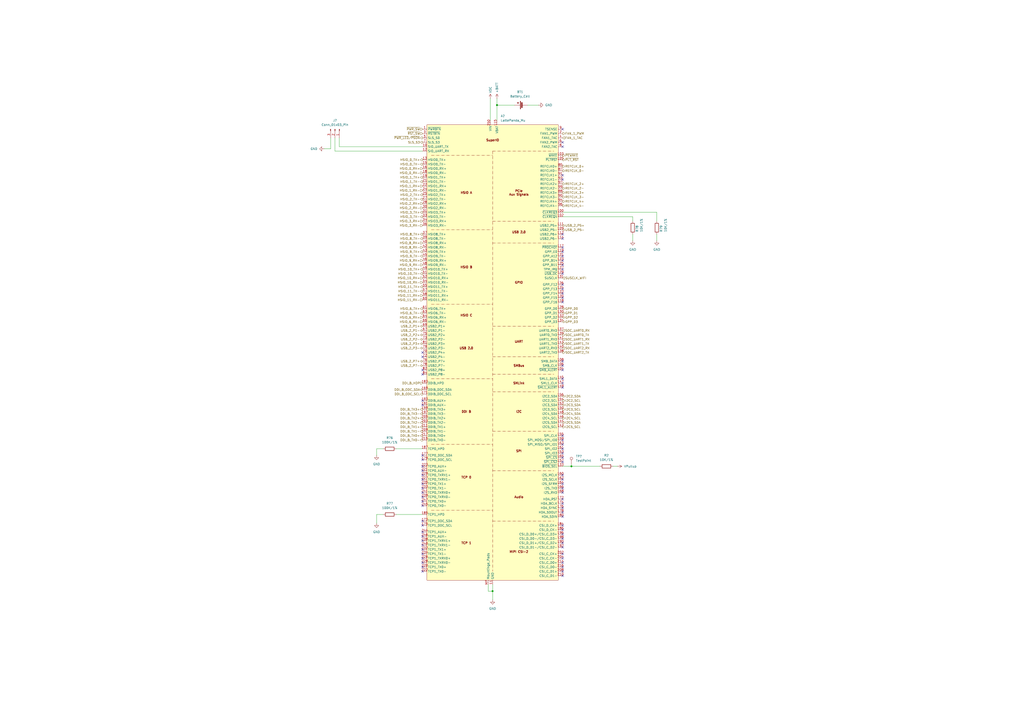
<source format=kicad_sch>
(kicad_sch (version 20250114) (generator "eeschema") (generator_version "9.0")
  (paper "A2")
  (lib_symbols
    (symbol "Connector:Conn_01x03_Pin" (pin_names (offset 1.016) (hide yes))
      (property "Reference" "J" (at 0 5.08 0))
      (property "Value" "Conn_01x03_Pin" (at 0 -5.08 0))
      (symbol "Conn_01x03_Pin_1_1"
        (rectangle (start 0.8636 2.667) (end 0 2.413) (stroke (width 0.1524)) (fill (type outline)))
        (rectangle (start 0.8636 0.127) (end 0 -0.127) (stroke (width 0.1524)) (fill (type outline)))
        (rectangle (start 0.8636 -2.413) (end 0 -2.667) (stroke (width 0.1524)) (fill (type outline)))
        (polyline (pts (xy 1.27 2.54) (xy 0.8636 2.54)) (stroke (width 0.1524)))
        (polyline (pts (xy 1.27 0) (xy 0.8636 0)) (stroke (width 0.1524)))
        (polyline (pts (xy 1.27 -2.54) (xy 0.8636 -2.54)) (stroke (width 0.1524)))
        (pin passive line (at 5.08 2.54 180) (length 3.81) (name "Pin_1") (number "1"))
        (pin passive line (at 5.08 0 180) (length 3.81) (name "Pin_2") (number "2"))
        (pin passive line (at 5.08 -2.54 180) (length 3.81) (name "Pin_3") (number "3"))
      )
    )
    (symbol "Connector:TestPoint" (pin_numbers (hide yes)) (pin_names (offset 0.762) (hide yes))
      (property "Reference" "TP" (at 0 6.858 0))
      (property "Value" "TestPoint" (at 0 5.08 0))
      (symbol "TestPoint_0_1"
        (circle (center 0 3.302) (radius 0.762))
      )
      (symbol "TestPoint_1_1"
        (pin passive line (at 0 0 90) (length 2.54) (name "1") (number "1"))
      )
    )
    (symbol "Device:Battery_Cell" (pin_numbers (hide yes)) (pin_names (offset 0) (hide yes))
      (property "Reference" "BT" (at 2.54 2.54 0))
      (property "Value" "Battery_Cell" (at 2.54 0 0))
      (symbol "Battery_Cell_0_1"
        (rectangle (start -2.286 1.778) (end 2.286 1.524) (fill (type outline)))
        (rectangle (start -1.524 1.016) (end 1.524 0.508) (fill (type outline)))
        (polyline (pts (xy 0 1.778) (xy 0 2.54)))
        (polyline (pts (xy 0 0.762) (xy 0 0)))
        (polyline (pts (xy 0.762 3.048) (xy 1.778 3.048)) (stroke (width 0.254)))
        (polyline (pts (xy 1.27 3.556) (xy 1.27 2.54)) (stroke (width 0.254)))
      )
      (symbol "Battery_Cell_1_1"
        (pin passive line (at 0 5.08 270) (length 2.54) (name "+") (number "1"))
        (pin passive line (at 0 -2.54 90) (length 2.54) (name "-") (number "2"))
      )
    )
    (symbol "Device:R" (pin_numbers (hide yes)) (pin_names (offset 0))
      (property "Reference" "R" (at 2.032 0 90))
      (property "Value" "R" (at 0 0 90))
      (symbol "R_0_1"
        (rectangle (start -1.016 -2.54) (end 1.016 2.54) (stroke (width 0.254)))
      )
      (symbol "R_1_1"
        (pin passive line (at 0 3.81 270) (length 1.27) (name "~") (number "1"))
        (pin passive line (at 0 -3.81 90) (length 1.27) (name "~") (number "2"))
      )
    )
    (symbol "latte_mcu:LattePanda_Mu"
      (property "Reference" "A" (at -38.1 133.35 0))
      (property "Value" "LattePanda_Mu" (at 38.1 133.35 0))
      (symbol "LattePanda_Mu_1_0"
        (pin passive line (at 0 -134.62 90) (length 2.54) (hide yes) (name "GND") (number "101"))
        (pin passive line (at 0 -134.62 90) (length 2.54) (hide yes) (name "GND") (number "107"))
        (pin passive line (at 0 -134.62 90) (length 2.54) (hide yes) (name "GND") (number "110"))
        (pin passive line (at 0 -134.62 90) (length 2.54) (hide yes) (name "GND") (number "113"))
        (pin passive line (at 0 -134.62 90) (length 2.54) (hide yes) (name "GND") (number "116"))
        (pin passive line (at 0 -134.62 90) (length 2.54) (hide yes) (name "GND") (number "135"))
        (pin passive line (at 0 -134.62 90) (length 2.54) (hide yes) (name "GND") (number "136"))
        (pin passive line (at 0 -134.62 90) (length 2.54) (hide yes) (name "GND") (number "14"))
        (pin passive line (at 0 -134.62 90) (length 2.54) (hide yes) (name "GND") (number "151"))
        (pin passive line (at 0 -134.62 90) (length 2.54) (hide yes) (name "GND") (number "158"))
        (pin passive line (at 0 -134.62 90) (length 2.54) (hide yes) (name "GND") (number "167"))
        (pin passive line (at 0 -134.62 90) (length 2.54) (hide yes) (name "GND") (number "17"))
        (pin passive line (at 0 -134.62 90) (length 2.54) (hide yes) (name "GND") (number "170"))
        (pin passive line (at 0 -134.62 90) (length 2.54) (hide yes) (name "GND") (number "181"))
        (pin passive line (at 0 -134.62 90) (length 2.54) (hide yes) (name "GND") (number "182"))
        (pin passive line (at 0 -134.62 90) (length 2.54) (hide yes) (name "GND") (number "188"))
        (pin passive line (at 0 -134.62 90) (length 2.54) (hide yes) (name "GND") (number "189"))
        (pin passive line (at 0 -134.62 90) (length 2.54) (hide yes) (name "GND") (number "194"))
        (pin passive line (at 0 -134.62 90) (length 2.54) (hide yes) (name "GND") (number "195"))
        (pin passive line (at 0 -134.62 90) (length 2.54) (hide yes) (name "GND") (number "20"))
        (pin passive line (at 0 -134.62 90) (length 2.54) (hide yes) (name "GND") (number "200"))
        (pin passive line (at 0 -134.62 90) (length 2.54) (hide yes) (name "GND") (number "201"))
        (pin passive line (at 0 -134.62 90) (length 2.54) (hide yes) (name "GND") (number "206"))
        (pin passive line (at 0 -134.62 90) (length 2.54) (hide yes) (name "GND") (number "207"))
        (pin passive line (at 0 -134.62 90) (length 2.54) (hide yes) (name "GND") (number "212"))
        (pin passive line (at 0 -134.62 90) (length 2.54) (hide yes) (name "GND") (number "213"))
        (pin passive line (at 0 -134.62 90) (length 2.54) (hide yes) (name "GND") (number "218"))
        (pin passive line (at 0 -134.62 90) (length 2.54) (hide yes) (name "GND") (number "219"))
        (pin passive line (at 0 -134.62 90) (length 2.54) (hide yes) (name "GND") (number "224"))
        (pin passive line (at 0 -134.62 90) (length 2.54) (hide yes) (name "GND") (number "225"))
        (pin passive line (at 0 -134.62 90) (length 2.54) (hide yes) (name "GND") (number "23"))
        (pin passive line (at 0 -134.62 90) (length 2.54) (hide yes) (name "GND") (number "230"))
        (pin passive line (at 0 -134.62 90) (length 2.54) (hide yes) (name "GND") (number "231"))
        (pin passive line (at 0 -134.62 90) (length 2.54) (hide yes) (name "GND") (number "236"))
        (pin passive line (at 0 -134.62 90) (length 2.54) (hide yes) (name "GND") (number "237"))
        (pin passive line (at 0 -134.62 90) (length 2.54) (hide yes) (name "GND") (number "242"))
        (pin passive line (at 0 -134.62 90) (length 2.54) (hide yes) (name "GND") (number "243"))
        (pin passive line (at 0 -134.62 90) (length 2.54) (hide yes) (name "GND") (number "248"))
        (pin passive line (at 0 -134.62 90) (length 2.54) (hide yes) (name "GND") (number "249"))
        (pin passive line (at 0 -134.62 90) (length 2.54) (hide yes) (name "GND") (number "26"))
        (pin passive line (at 0 -134.62 90) (length 2.54) (hide yes) (name "GND") (number "29"))
        (pin passive line (at 0 -134.62 90) (length 2.54) (hide yes) (name "GND") (number "32"))
        (pin passive line (at 0 -134.62 90) (length 2.54) (hide yes) (name "GND") (number "35"))
        (pin passive line (at 0 -134.62 90) (length 2.54) (hide yes) (name "GND") (number "38"))
        (pin passive line (at 0 -134.62 90) (length 2.54) (hide yes) (name "GND") (number "41"))
        (pin passive line (at 0 -134.62 90) (length 2.54) (hide yes) (name "GND") (number "44"))
        (pin passive line (at 0 -134.62 90) (length 2.54) (hide yes) (name "GND") (number "47"))
        (pin passive line (at 0 -134.62 90) (length 2.54) (hide yes) (name "GND") (number "50"))
        (pin passive line (at 0 -134.62 90) (length 2.54) (hide yes) (name "GND") (number "53"))
        (pin passive line (at 0 -134.62 90) (length 2.54) (hide yes) (name "GND") (number "56"))
        (pin passive line (at 0 -134.62 90) (length 2.54) (hide yes) (name "GND") (number "59"))
        (pin passive line (at 0 -134.62 90) (length 2.54) (hide yes) (name "GND") (number "62"))
        (pin passive line (at 0 -134.62 90) (length 2.54) (hide yes) (name "GND") (number "65"))
        (pin passive line (at 0 -134.62 90) (length 2.54) (hide yes) (name "GND") (number "68"))
        (pin passive line (at 0 -134.62 90) (length 2.54) (hide yes) (name "GND") (number "71"))
        (pin passive line (at 0 -134.62 90) (length 2.54) (hide yes) (name "GND") (number "74"))
        (pin passive line (at 0 -134.62 90) (length 2.54) (hide yes) (name "GND") (number "77"))
        (pin passive line (at 0 -134.62 90) (length 2.54) (hide yes) (name "GND") (number "80"))
        (pin passive line (at 0 -134.62 90) (length 2.54) (hide yes) (name "GND") (number "83"))
        (pin passive line (at 0 -134.62 90) (length 2.54) (hide yes) (name "GND") (number "86"))
        (pin passive line (at 0 -134.62 90) (length 2.54) (hide yes) (name "GND") (number "89"))
        (pin passive line (at 0 -134.62 90) (length 2.54) (hide yes) (name "GND") (number "92"))
        (pin passive line (at 0 -134.62 90) (length 2.54) (hide yes) (name "GND") (number "95"))
        (pin passive line (at 0 -134.62 90) (length 2.54) (hide yes) (name "GND") (number "98"))
      )
      (symbol "LattePanda_Mu_1_1"
        (rectangle (start -38.1 132.08) (end 38.1 -132.08) (fill (type background)))
        (polyline (pts (xy -35.56 114.3) (xy 0 114.3)) (stroke (width 0) (type dash_dot)))
        (polyline (pts (xy -35.56 71.12) (xy 0 71.12)) (stroke (width 0) (type dash_dot)))
        (polyline (pts (xy -35.56 27.94) (xy 0 27.94)) (stroke (width 0) (type dash_dot)))
        (polyline (pts (xy -35.56 -15.24) (xy 0 -15.24)) (stroke (width 0) (type dash_dot)))
        (polyline (pts (xy -35.56 -53.34) (xy 0 -53.34)) (stroke (width 0) (type dash_dot)))
        (polyline (pts (xy -35.56 -91.44) (xy 0 -91.44)) (stroke (width 0) (type dash_dot)))
        (polyline (pts (xy 0 116.84) (xy 0 -127)) (stroke (width 0) (type dash_dot)))
        (polyline (pts (xy 0 116.84) (xy 35.56 116.84)) (stroke (width 0) (type dash_dot)))
        (polyline (pts (xy 0 76.2) (xy 35.56 76.2)) (stroke (width 0) (type dash_dot)))
        (polyline (pts (xy 0 63.5) (xy 35.56 63.5)) (stroke (width 0) (type dash_dot)))
        (polyline (pts (xy 0 15.24) (xy 35.56 15.24)) (stroke (width 0) (type dash_dot)))
        (polyline (pts (xy 0 -2.54) (xy 35.56 -2.54)) (stroke (width 0) (type dash_dot)))
        (polyline (pts (xy 0 -12.7) (xy 35.56 -12.7)) (stroke (width 0) (type dash_dot)))
        (polyline (pts (xy 0 -22.86) (xy 35.56 -22.86)) (stroke (width 0) (type dash_dot)))
        (polyline (pts (xy 0 -45.72) (xy 35.56 -45.72)) (stroke (width 0) (type dash_dot)))
        (polyline (pts (xy 0 -68.58) (xy 35.56 -68.58)) (stroke (width 0) (type dash_dot)))
        (polyline (pts (xy 0 -97.79) (xy 35.56 -97.79)) (stroke (width 0) (type dash_dot)))
        (text "HSIO A" (at -15.24 92.71 0) (effects (font (size 1.27 1.27) (bold yes))))
        (text "HSIO B" (at -15.24 49.53 0) (effects (font (size 1.27 1.27) (bold yes))))
        (text "HSIO C" (at -15.24 21.59 0) (effects (font (size 1.27 1.27) (bold yes))))
        (text "USB 2.0" (at -15.24 2.54 0) (effects (font (size 1.27 1.27) (bold yes))))
        (text "DDI B" (at -15.24 -34.29 0) (effects (font (size 1.27 1.27) (bold yes))))
        (text "TCP 0" (at -15.24 -72.39 0) (effects (font (size 1.27 1.27) (bold yes))))
        (text "TCP 1" (at -15.24 -110.49 0) (effects (font (size 1.27 1.27) (bold yes))))
        (text "SuperIO" (at 0 123.19 0) (effects (font (size 1.27 1.27) (bold yes))))
        (text "PCIe\nAux Signals" (at 15.24 92.71 0) (effects (font (size 1.27 1.27) (bold yes))))
        (text "USB 2.0" (at 15.24 69.85 0) (effects (font (size 1.27 1.27) (bold yes))))
        (text "GPIO" (at 15.24 40.64 0) (effects (font (size 1.27 1.27) (bold yes))))
        (text "UART" (at 15.24 6.35 0) (effects (font (size 1.27 1.27) (bold yes))))
        (text "SMBus" (at 15.24 -7.62 0) (effects (font (size 1.27 1.27) (bold yes))))
        (text "SMLink" (at 15.24 -17.78 0) (effects (font (size 1.27 1.27) (bold yes))))
        (text "I2C" (at 15.24 -34.29 0) (effects (font (size 1.27 1.27) (bold yes))))
        (text "SPI" (at 15.24 -57.15 0) (effects (font (size 1.27 1.27) (bold yes))))
        (text "Audio" (at 15.24 -83.82 0) (effects (font (size 1.27 1.27) (bold yes))))
        (text "MIPI CSI-2" (at 15.24 -115.57 0) (effects (font (size 1.27 1.27) (bold yes))))
        (pin input line (at -40.64 129.54 0) (length 2.54) (name "~{PWRBTN}") (number "1"))
        (pin input line (at -40.64 127 0) (length 2.54) (name "~{RSTBTN}") (number "3"))
        (pin output line (at -40.64 124.46 0) (length 2.54) (name "SLS_S0") (number "5"))
        (pin output line (at -40.64 121.92 0) (length 2.54) (name "SLS_S3") (number "7"))
        (pin output line (at -40.64 119.38 0) (length 2.54) (name "SIO_UART_TX") (number "10"))
        (pin input line (at -40.64 116.84 0) (length 2.54) (name "SIO_UART_RX") (number "12"))
        (pin output line (at -40.64 111.76 0) (length 2.54) (name "HSIO0_TX+") (number "13"))
        (pin output line (at -40.64 109.22 0) (length 2.54) (name "HSIO0_TX-") (number "15"))
        (pin input line (at -40.64 106.68 0) (length 2.54) (name "HSIO0_RX+") (number "16"))
        (pin input line (at -40.64 104.14 0) (length 2.54) (name "HSIO0_RX-") (number "18"))
        (pin output line (at -40.64 101.6 0) (length 2.54) (name "HSIO1_TX+") (number "19"))
        (pin output line (at -40.64 99.06 0) (length 2.54) (name "HSIO1_TX-") (number "21"))
        (pin input line (at -40.64 96.52 0) (length 2.54) (name "HSIO1_RX+") (number "22"))
        (pin input line (at -40.64 93.98 0) (length 2.54) (name "HSIO1_RX-") (number "24"))
        (pin output line (at -40.64 91.44 0) (length 2.54) (name "HSIO2_TX+") (number "25"))
        (pin output line (at -40.64 88.9 0) (length 2.54) (name "HSIO2_TX-") (number "27"))
        (pin input line (at -40.64 86.36 0) (length 2.54) (name "HSIO2_RX+") (number "28"))
        (pin input line (at -40.64 83.82 0) (length 2.54) (name "HSIO2_RX-") (number "30"))
        (pin output line (at -40.64 81.28 0) (length 2.54) (name "HSIO3_TX+") (number "31"))
        (pin output line (at -40.64 78.74 0) (length 2.54) (name "HSIO3_TX-") (number "33"))
        (pin input line (at -40.64 76.2 0) (length 2.54) (name "HSIO3_RX+") (number "34"))
        (pin input line (at -40.64 73.66 0) (length 2.54) (name "HSIO3_RX-") (number "36"))
        (pin output line (at -40.64 68.58 0) (length 2.54) (name "HSIO8_TX+") (number "37"))
        (pin output line (at -40.64 66.04 0) (length 2.54) (name "HSIO8_TX-") (number "39"))
        (pin input line (at -40.64 63.5 0) (length 2.54) (name "HSIO8_RX+") (number "40"))
        (pin input line (at -40.64 60.96 0) (length 2.54) (name "HSIO8_RX-") (number "42"))
        (pin output line (at -40.64 58.42 0) (length 2.54) (name "HSIO9_TX+") (number "43"))
        (pin output line (at -40.64 55.88 0) (length 2.54) (name "HSIO9_TX-") (number "45"))
        (pin input line (at -40.64 53.34 0) (length 2.54) (name "HSIO9_RX+") (number "46"))
        (pin input line (at -40.64 50.8 0) (length 2.54) (name "HSIO9_RX-") (number "48"))
        (pin output line (at -40.64 48.26 0) (length 2.54) (name "HSIO10_TX+") (number "49"))
        (pin output line (at -40.64 45.72 0) (length 2.54) (name "HSIO10_TX-") (number "51"))
        (pin input line (at -40.64 43.18 0) (length 2.54) (name "HSIO10_RX+") (number "52"))
        (pin input line (at -40.64 40.64 0) (length 2.54) (name "HSIO10_RX-") (number "54"))
        (pin output line (at -40.64 38.1 0) (length 2.54) (name "HSIO11_TX+") (number "55"))
        (pin output line (at -40.64 35.56 0) (length 2.54) (name "HSIO11_TX-") (number "57"))
        (pin input line (at -40.64 33.02 0) (length 2.54) (name "HSIO11_RX+") (number "58"))
        (pin input line (at -40.64 30.48 0) (length 2.54) (name "HSIO11_RX-") (number "60"))
        (pin output line (at -40.64 25.4 0) (length 2.54) (name "HSIO6_TX+") (number "61"))
        (pin output line (at -40.64 22.86 0) (length 2.54) (name "HSIO6_TX-") (number "63"))
        (pin input line (at -40.64 20.32 0) (length 2.54) (name "HSIO6_RX+") (number "64"))
        (pin input line (at -40.64 17.78 0) (length 2.54) (name "HSIO6_RX-") (number "66"))
        (pin bidirectional line (at -40.64 15.24 0) (length 2.54) (name "USB2_P1+") (number "69"))
        (pin bidirectional line (at -40.64 12.7 0) (length 2.54) (name "USB2_P1-") (number "67"))
        (pin bidirectional line (at -40.64 10.16 0) (length 2.54) (name "USB2_P2+") (number "75"))
        (pin bidirectional line (at -40.64 7.62 0) (length 2.54) (name "USB2_P2-") (number "73"))
        (pin bidirectional line (at -40.64 5.08 0) (length 2.54) (name "USB2_P3+") (number "81"))
        (pin bidirectional line (at -40.64 2.54 0) (length 2.54) (name "USB2_P3-") (number "79"))
        (pin bidirectional line (at -40.64 0 0) (length 2.54) (name "USB2_P4+") (number "70"))
        (pin bidirectional line (at -40.64 -2.54 0) (length 2.54) (name "USB2_P4-") (number "72"))
        (pin bidirectional line (at -40.64 -5.08 0) (length 2.54) (name "USB2_P7+") (number "76"))
        (pin bidirectional line (at -40.64 -7.62 0) (length 2.54) (name "USB2_P7-") (number "78"))
        (pin bidirectional line (at -40.64 -10.16 0) (length 2.54) (name "USB2_P8+") (number "82"))
        (pin bidirectional line (at -40.64 -12.7 0) (length 2.54) (name "USB2_P8-") (number "84"))
        (pin input line (at -40.64 -17.78 0) (length 2.54) (name "DDIB_HPD") (number "183"))
        (pin bidirectional line (at -40.64 -21.59 0) (length 2.54) (name "DDIB_DDC_SDA") (number "169"))
        (pin bidirectional line (at -40.64 -24.13 0) (length 2.54) (name "DDIB_DDC_SCL") (number "171"))
        (pin bidirectional line (at -40.64 -27.94 0) (length 2.54) (name "DDIB_AUX+") (number "193"))
        (pin bidirectional line (at -40.64 -30.48 0) (length 2.54) (name "DDIB_AUX-") (number "191"))
        (pin output line (at -40.64 -33.02 0) (length 2.54) (name "DDIB_TX3+") (number "199"))
        (pin output line (at -40.64 -35.56 0) (length 2.54) (name "DDIB_TX3-") (number "197"))
        (pin output line (at -40.64 -38.1 0) (length 2.54) (name "DDIB_TX2+") (number "205"))
        (pin output line (at -40.64 -40.64 0) (length 2.54) (name "DDIB_TX2-") (number "203"))
        (pin output line (at -40.64 -43.18 0) (length 2.54) (name "DDIB_TX1+") (number "211"))
        (pin output line (at -40.64 -45.72 0) (length 2.54) (name "DDIB_TX1-") (number "209"))
        (pin output line (at -40.64 -48.26 0) (length 2.54) (name "DDIB_TX0+") (number "217"))
        (pin output line (at -40.64 -50.8 0) (length 2.54) (name "DDIB_TX0-") (number "215"))
        (pin input line (at -40.64 -55.88 0) (length 2.54) (name "TCP0_HPD") (number "187"))
        (pin bidirectional line (at -40.64 -59.69 0) (length 2.54) (name "TCP0_DDC_SDA") (number "177"))
        (pin bidirectional line (at -40.64 -62.23 0) (length 2.54) (name "TCP0_DDC_SCL") (number "179"))
        (pin bidirectional line (at -40.64 -66.04 0) (length 2.54) (name "TCP0_AUX+") (number "223"))
        (pin bidirectional line (at -40.64 -68.58 0) (length 2.54) (name "TCP0_AUX-") (number "221"))
        (pin bidirectional line (at -40.64 -71.12 0) (length 2.54) (name "TCP0_TXRX1+") (number "229"))
        (pin bidirectional line (at -40.64 -73.66 0) (length 2.54) (name "TCP0_TXRX1-") (number "227"))
        (pin output line (at -40.64 -76.2 0) (length 2.54) (name "TCP0_TX1+") (number "235"))
        (pin output line (at -40.64 -78.74 0) (length 2.54) (name "TCP0_TX1-") (number "233"))
        (pin bidirectional line (at -40.64 -81.28 0) (length 2.54) (name "TCP0_TXRX0+") (number "241"))
        (pin bidirectional line (at -40.64 -83.82 0) (length 2.54) (name "TCP0_TXRX0-") (number "239"))
        (pin output line (at -40.64 -86.36 0) (length 2.54) (name "TCP0_TX0+") (number "247"))
        (pin output line (at -40.64 -88.9 0) (length 2.54) (name "TCP0_TX0-") (number "245"))
        (pin input line (at -40.64 -93.98 0) (length 2.54) (name "TCP1_HPD") (number "185"))
        (pin bidirectional line (at -40.64 -97.79 0) (length 2.54) (name "TCP1_DDC_SDA") (number "173"))
        (pin bidirectional line (at -40.64 -100.33 0) (length 2.54) (name "TCP1_DDC_SCL") (number "175"))
        (pin bidirectional line (at -40.64 -104.14 0) (length 2.54) (name "TCP1_AUX+") (number "244"))
        (pin bidirectional line (at -40.64 -106.68 0) (length 2.54) (name "TCP1_AUX-") (number "246"))
        (pin bidirectional line (at -40.64 -109.22 0) (length 2.54) (name "TCP1_TXRX1+") (number "238"))
        (pin bidirectional line (at -40.64 -111.76 0) (length 2.54) (name "TCP1_TXRX1-") (number "240"))
        (pin output line (at -40.64 -114.3 0) (length 2.54) (name "TCP1_TX1+") (number "232"))
        (pin output line (at -40.64 -116.84 0) (length 2.54) (name "TCP1_TX1-") (number "234"))
        (pin bidirectional line (at -40.64 -119.38 0) (length 2.54) (name "TCP1_TXRX0+") (number "226"))
        (pin bidirectional line (at -40.64 -121.92 0) (length 2.54) (name "TCP1_TXRX0-") (number "228"))
        (pin output line (at -40.64 -124.46 0) (length 2.54) (name "TCP1_TX0+") (number "220"))
        (pin output line (at -40.64 -127 0) (length 2.54) (name "TCP1_TX0-") (number "222"))
        (pin passive line (at -2.54 -134.62 90) (length 2.54) (name "Mountinge_Pads") (number "MP"))
        (pin power_in line (at -1.27 134.62 270) (length 2.54) (name "VIN") (number "250"))
        (pin passive line (at -1.27 134.62 270) (length 2.54) (hide yes) (name "VIN") (number "251"))
        (pin passive line (at -1.27 134.62 270) (length 2.54) (hide yes) (name "VIN") (number "252"))
        (pin passive line (at -1.27 134.62 270) (length 2.54) (hide yes) (name "VIN") (number "253"))
        (pin passive line (at -1.27 134.62 270) (length 2.54) (hide yes) (name "VIN") (number "254"))
        (pin passive line (at -1.27 134.62 270) (length 2.54) (hide yes) (name "VIN") (number "255"))
        (pin passive line (at -1.27 134.62 270) (length 2.54) (hide yes) (name "VIN") (number "256"))
        (pin passive line (at -1.27 134.62 270) (length 2.54) (hide yes) (name "VIN") (number "257"))
        (pin passive line (at -1.27 134.62 270) (length 2.54) (hide yes) (name "VIN") (number "258"))
        (pin passive line (at -1.27 134.62 270) (length 2.54) (hide yes) (name "VIN") (number "259"))
        (pin passive line (at -1.27 134.62 270) (length 2.54) (hide yes) (name "VIN") (number "260"))
        (pin power_in line (at 0 -134.62 90) (length 2.54) (name "GND") (number "11"))
        (pin power_in line (at 2.54 134.62 270) (length 2.54) (name "VBAT") (number "115"))
        (pin input line (at 40.64 129.54 180) (length 2.54) (name "TSENSE") (number "9"))
        (pin output line (at 40.64 127 180) (length 2.54) (name "FAN1_PWM") (number "2"))
        (pin input line (at 40.64 124.46 180) (length 2.54) (name "FAN1_TAC") (number "4"))
        (pin output line (at 40.64 121.92 180) (length 2.54) (name "FAN2_PWM") (number "6"))
        (pin input line (at 40.64 119.38 180) (length 2.54) (name "FAN2_TAC") (number "8"))
        (pin input line (at 40.64 114.3 180) (length 2.54) (name "~{WAKE}") (number "103"))
        (pin output line (at 40.64 111.76 180) (length 2.54) (name "~{PLTRST}") (number "105"))
        (pin output line (at 40.64 107.95 180) (length 2.54) (name "REFCLK0+") (number "85"))
        (pin output line (at 40.64 105.41 180) (length 2.54) (name "REFCLK0-") (number "87"))
        (pin output line (at 40.64 102.87 180) (length 2.54) (name "REFCLK1+") (number "91"))
        (pin output line (at 40.64 100.33 180) (length 2.54) (name "REFCLK1-") (number "93"))
        (pin output line (at 40.64 97.79 180) (length 2.54) (name "REFCLK2+") (number "97"))
        (pin output line (at 40.64 95.25 180) (length 2.54) (name "REFCLK2-") (number "99"))
        (pin output line (at 40.64 92.71 180) (length 2.54) (name "REFCLK3+") (number "88"))
        (pin output line (at 40.64 90.17 180) (length 2.54) (name "REFCLK3-") (number "90"))
        (pin output line (at 40.64 87.63 180) (length 2.54) (name "REFCLK4+") (number "94"))
        (pin output line (at 40.64 85.09 180) (length 2.54) (name "REFCLK4-") (number "96"))
        (pin bidirectional line (at 40.64 81.28 180) (length 2.54) (name "~{CLKREQ3}") (number "100"))
        (pin bidirectional line (at 40.64 78.74 180) (length 2.54) (name "~{CLKREQ4}") (number "102"))
        (pin bidirectional line (at 40.64 73.66 180) (length 2.54) (name "USB2_P5+") (number "111"))
        (pin bidirectional line (at 40.64 71.12 180) (length 2.54) (name "USB2_P5-") (number "109"))
        (pin bidirectional line (at 40.64 68.58 180) (length 2.54) (name "USB2_P6+") (number "112"))
        (pin bidirectional line (at 40.64 66.04 180) (length 2.54) (name "USB2_P6-") (number "114"))
        (pin bidirectional line (at 40.64 60.96 180) (length 2.54) (name "~{PROCHOT}") (number "117"))
        (pin bidirectional line (at 40.64 58.42 180) (length 2.54) (name "GPP_E0") (number "119"))
        (pin bidirectional line (at 40.64 55.88 180) (length 2.54) (name "GPP_A12") (number "121"))
        (pin bidirectional line (at 40.64 53.34 180) (length 2.54) (name "GPP_B14") (number "123"))
        (pin bidirectional line (at 40.64 50.8 180) (length 2.54) (name "GPP_B11") (number "125"))
        (pin input line (at 40.64 48.26 180) (length 2.54) (name "TPM_IRQ") (number "127"))
        (pin input line (at 40.64 45.72 180) (length 2.54) (name "~{USB_OC}") (number "129"))
        (pin output line (at 40.64 43.18 180) (length 2.54) (name "SUSCLK") (number "131"))
        (pin bidirectional line (at 40.64 39.37 180) (length 2.54) (name "GPP_F12") (number "126"))
        (pin bidirectional line (at 40.64 36.83 180) (length 2.54) (name "GPP_F13") (number "124"))
        (pin bidirectional line (at 40.64 34.29 180) (length 2.54) (name "GPP_F14") (number "122"))
        (pin bidirectional line (at 40.64 31.75 180) (length 2.54) (name "GPP_F15") (number "120"))
        (pin bidirectional line (at 40.64 29.21 180) (length 2.54) (name "GPP_F16") (number "118"))
        (pin bidirectional line (at 40.64 25.4 180) (length 2.54) (name "GPP_D0") (number "128"))
        (pin bidirectional line (at 40.64 22.86 180) (length 2.54) (name "GPP_D1") (number "130"))
        (pin bidirectional line (at 40.64 20.32 180) (length 2.54) (name "GPP_D2") (number "132"))
        (pin bidirectional line (at 40.64 17.78 180) (length 2.54) (name "GPP_D3") (number "134"))
        (pin input line (at 40.64 12.7 180) (length 2.54) (name "UART0_RXD") (number "137"))
        (pin output line (at 40.64 10.16 180) (length 2.54) (name "UART0_TXD") (number "139"))
        (pin input line (at 40.64 7.62 180) (length 2.54) (name "UART1_RXD") (number "141"))
        (pin output line (at 40.64 5.08 180) (length 2.54) (name "UART1_TXD") (number "143"))
        (pin input line (at 40.64 2.54 180) (length 2.54) (name "UART2_RXD") (number "140"))
        (pin output line (at 40.64 0 180) (length 2.54) (name "UART2_TXD") (number "138"))
        (pin bidirectional line (at 40.64 -5.08 180) (length 2.54) (name "SMB_DATA") (number "108"))
        (pin output line (at 40.64 -7.62 180) (length 2.54) (name "SMB_CLK") (number "106"))
        (pin input line (at 40.64 -10.16 180) (length 2.54) (name "~{SMB_ALERT}") (number "104"))
        (pin bidirectional line (at 40.64 -15.24 180) (length 2.54) (name "SML1_DATA") (number "145"))
        (pin output line (at 40.64 -17.78 180) (length 2.54) (name "SML1_CLK") (number "147"))
        (pin input line (at 40.64 -20.32 180) (length 2.54) (name "~{SML1_ALERT}") (number "149"))
        (pin bidirectional line (at 40.64 -25.4 180) (length 2.54) (name "I2C2_SDA") (number "156"))
        (pin output line (at 40.64 -27.94 180) (length 2.54) (name "I2C2_SCL") (number "154"))
        (pin bidirectional line (at 40.64 -30.48 180) (length 2.54) (name "I2C3_SDA") (number "152"))
        (pin output line (at 40.64 -33.02 180) (length 2.54) (name "I2C3_SCL") (number "150"))
        (pin bidirectional line (at 40.64 -35.56 180) (length 2.54) (name "I2C4_SDA") (number "148"))
        (pin output line (at 40.64 -38.1 180) (length 2.54) (name "I2C4_SCL") (number "146"))
        (pin bidirectional line (at 40.64 -40.64 180) (length 2.54) (name "I2C5_SDA") (number "144"))
        (pin output line (at 40.64 -43.18 180) (length 2.54) (name "I2C5_SCL") (number "142"))
        (pin output line (at 40.64 -48.26 180) (length 2.54) (name "SPI_CLK") (number "155"))
        (pin bidirectional line (at 40.64 -50.8 180) (length 2.54) (name "SPI_MOSI/SPI_IO0") (number "159"))
        (pin bidirectional line (at 40.64 -53.34 180) (length 2.54) (name "SPI_MISO/SPI_IO1") (number "163"))
        (pin bidirectional line (at 40.64 -55.88 180) (length 2.54) (name "SPI_IO2") (number "161"))
        (pin bidirectional line (at 40.64 -58.42 180) (length 2.54) (name "SPI_IO3") (number "153"))
        (pin bidirectional line (at 40.64 -60.96 180) (length 2.54) (name "~{SPI_CS}") (number "165"))
        (pin output line (at 40.64 -63.5 180) (length 2.54) (name "~{SPI_CS2}") (number "157"))
        (pin input line (at 40.64 -66.04 180) (length 2.54) (name "~{BIOS_SEL}") (number "133"))
        (pin output line (at 40.64 -71.12 180) (length 2.54) (name "I2S_MCLK") (number "160"))
        (pin output line (at 40.64 -73.66 180) (length 2.54) (name "I2S_SCLK") (number "162"))
        (pin output line (at 40.64 -76.2 180) (length 2.54) (name "I2S_SFRM") (number "164"))
        (pin output line (at 40.64 -78.74 180) (length 2.54) (name "I2S_TXD") (number "166"))
        (pin input line (at 40.64 -81.28 180) (length 2.54) (name "I2S_RXD") (number "168"))
        (pin output line (at 40.64 -85.09 180) (length 2.54) (name "HDA_RST") (number "172"))
        (pin output line (at 40.64 -87.63 180) (length 2.54) (name "HDA_BCLK") (number "174"))
        (pin output line (at 40.64 -90.17 180) (length 2.54) (name "HDA_SYNC") (number "176"))
        (pin output line (at 40.64 -92.71 180) (length 2.54) (name "HDA_SDOUT") (number "178"))
        (pin input line (at 40.64 -95.25 180) (length 2.54) (name "HDA_SDIN") (number "180"))
        (pin input line (at 40.64 -100.33 180) (length 2.54) (name "CSI_D_CK+") (number "184"))
        (pin input line (at 40.64 -102.87 180) (length 2.54) (name "CSI_D_CK-") (number "186"))
        (pin input line (at 40.64 -105.41 180) (length 2.54) (name "CSI_D_D0+/CSI_C_D3+") (number "196"))
        (pin input line (at 40.64 -107.95 180) (length 2.54) (name "CSI_D_D0-/CSI_C_D3-") (number "198"))
        (pin input line (at 40.64 -110.49 180) (length 2.54) (name "CSI_D_D1+/CSI_C_D2+") (number "190"))
        (pin input line (at 40.64 -113.03 180) (length 2.54) (name "CSI_D_D1-/CSI_C_D2-") (number "192"))
        (pin input line (at 40.64 -116.84 180) (length 2.54) (name "CSI_C_CK+") (number "202"))
        (pin input line (at 40.64 -119.38 180) (length 2.54) (name "CSI_C_CK-") (number "204"))
        (pin input line (at 40.64 -121.92 180) (length 2.54) (name "CSI_C_D0+") (number "214"))
        (pin input line (at 40.64 -124.46 180) (length 2.54) (name "CSI_C_D0-") (number "216"))
        (pin input line (at 40.64 -127 180) (length 2.54) (name "CSI_C_D1+") (number "208"))
        (pin input line (at 40.64 -129.54 180) (length 2.54) (name "CSI_C_D1-") (number "210"))
      )
    )
    (symbol "power:+3.3V" (power) (pin_numbers (hide yes)) (pin_names (offset 0) (hide yes))
      (property "Value" "+3.3V" (at 0 3.556 0))
      (symbol "+3.3V_0_1"
        (polyline (pts (xy -0.762 1.27) (xy 0 2.54)))
        (polyline (pts (xy 0 2.54) (xy 0.762 1.27)))
        (polyline (pts (xy 0 0) (xy 0 2.54)))
      )
      (symbol "+3.3V_1_1"
        (pin power_in line (at 0 0 90) (length 0) (name "~") (number "1"))
      )
    )
    (symbol "power:+BATT" (power) (pin_numbers (hide yes)) (pin_names (offset 0) (hide yes))
      (property "Value" "+BATT" (at 0 3.556 0))
      (symbol "+BATT_0_1"
        (polyline (pts (xy -0.762 1.27) (xy 0 2.54)))
        (polyline (pts (xy 0 2.54) (xy 0.762 1.27)))
        (polyline (pts (xy 0 0) (xy 0 2.54)))
      )
      (symbol "+BATT_1_1"
        (pin power_in line (at 0 0 90) (length 0) (name "~") (number "1"))
      )
    )
    (symbol "power:GND" (power) (pin_numbers (hide yes)) (pin_names (offset 0) (hide yes))
      (property "Value" "GND" (at 0 -3.81 0))
      (symbol "GND_0_1"
        (polyline (pts (xy 0 0) (xy 0 -1.27) (xy 1.27 -1.27) (xy 0 -2.54) (xy -1.27 -1.27) (xy 0 -1.27)))
      )
      (symbol "GND_1_1"
        (pin power_in line (at 0 0 270) (length 0) (name "~") (number "1"))
      )
    )
    (symbol "power:VDC" (power) (pin_numbers (hide yes)) (pin_names (offset 0) (hide yes))
      (property "Value" "VDC" (at 0 3.556 0))
      (symbol "VDC_0_1"
        (polyline (pts (xy -0.762 1.27) (xy 0 2.54)))
        (polyline (pts (xy 0 2.54) (xy 0.762 1.27)))
        (polyline (pts (xy 0 0) (xy 0 2.54)))
      )
      (symbol "VDC_1_1"
        (pin power_in line (at 0 0 90) (length 0) (name "~") (number "1"))
      )
    )
  )
  (junction (at 288.29 60.96))
  (junction (at 331.47 270.51))
  (junction (at 285.75 342.9))
  (no_connect (at 245.11 288.29))
  (no_connect (at 326.39 309.88))
  (no_connect (at 326.39 165.1))
  (no_connect (at 326.39 278.13))
  (no_connect (at 326.39 143.51))
  (no_connect (at 326.39 312.42))
  (no_connect (at 326.39 314.96))
  (no_connect (at 326.39 307.34))
  (no_connect (at 326.39 138.43))
  (no_connect (at 245.11 304.8))
  (no_connect (at 245.11 204.47))
  (no_connect (at 326.39 209.55))
  (no_connect (at 326.39 224.79))
  (no_connect (at 245.11 290.83))
  (no_connect (at 326.39 267.97))
  (no_connect (at 326.39 74.93))
  (no_connect (at 245.11 207.01))
  (no_connect (at 326.39 289.56))
  (no_connect (at 326.39 167.64))
  (no_connect (at 326.39 275.59))
  (no_connect (at 245.11 217.17))
  (no_connect (at 326.39 82.55))
  (no_connect (at 245.11 278.13))
  (no_connect (at 326.39 321.31))
  (no_connect (at 326.39 214.63))
  (no_connect (at 326.39 326.39))
  (no_connect (at 326.39 323.85))
  (no_connect (at 326.39 304.8))
  (no_connect (at 245.11 234.95))
  (no_connect (at 245.11 214.63))
  (no_connect (at 245.11 318.77))
  (no_connect (at 245.11 264.16))
  (no_connect (at 326.39 317.5))
  (no_connect (at 326.39 260.35))
  (no_connect (at 326.39 283.21))
  (no_connect (at 326.39 153.67))
  (no_connect (at 326.39 151.13))
  (no_connect (at 326.39 294.64))
  (no_connect (at 326.39 212.09))
  (no_connect (at 326.39 334.01))
  (no_connect (at 326.39 297.18))
  (no_connect (at 326.39 156.21))
  (no_connect (at 326.39 257.81))
  (no_connect (at 326.39 146.05))
  (no_connect (at 326.39 85.09))
  (no_connect (at 245.11 266.7))
  (no_connect (at 326.39 148.59))
  (no_connect (at 326.39 262.89))
  (no_connect (at 326.39 170.18))
  (no_connect (at 245.11 280.67))
  (no_connect (at 326.39 104.14))
  (no_connect (at 326.39 101.6))
  (no_connect (at 245.11 275.59))
  (no_connect (at 326.39 219.71))
  (no_connect (at 326.39 285.75))
  (no_connect (at 326.39 331.47))
  (no_connect (at 326.39 172.72))
  (no_connect (at 245.11 331.47))
  (no_connect (at 326.39 222.25))
  (no_connect (at 245.11 323.85))
  (no_connect (at 245.11 273.05))
  (no_connect (at 245.11 293.37))
  (no_connect (at 326.39 299.72))
  (no_connect (at 245.11 326.39))
  (no_connect (at 245.11 316.23))
  (no_connect (at 245.11 283.21))
  (no_connect (at 326.39 175.26))
  (no_connect (at 245.11 270.51))
  (no_connect (at 245.11 302.26))
  (no_connect (at 326.39 252.73))
  (no_connect (at 245.11 328.93))
  (no_connect (at 326.39 292.1))
  (no_connect (at 326.39 158.75))
  (no_connect (at 326.39 328.93))
  (no_connect (at 245.11 232.41))
  (no_connect (at 245.11 285.75))
  (no_connect (at 326.39 280.67))
  (no_connect (at 245.11 313.69))
  (no_connect (at 326.39 135.89))
  (no_connect (at 245.11 311.15))
  (no_connect (at 245.11 308.61))
  (no_connect (at 326.39 265.43))
  (no_connect (at 326.39 255.27))
  (no_connect (at 245.11 321.31))
  (wire (pts (xy 331.47 270.51) (xy 347.98 270.51)))
  (wire (pts (xy 191.77 86.36) (xy 187.96 86.36)))
  (wire (pts (xy 229.87 260.35) (xy 245.11 260.35)))
  (wire (pts (xy 285.75 342.9) (xy 285.75 347.98)))
  (wire (pts (xy 218.44 303.53) (xy 218.44 298.45)))
  (wire (pts (xy 196.85 85.09) (xy 196.85 80.01)))
  (wire (pts (xy 283.21 342.9) (xy 285.75 342.9)))
  (wire (pts (xy 381 123.19) (xy 326.39 123.19)))
  (wire (pts (xy 194.31 87.63) (xy 194.31 80.01)))
  (wire (pts (xy 326.39 125.73) (xy 367.03 125.73)))
  (wire (pts (xy 381 135.89) (xy 381 139.7)))
  (wire (pts (xy 326.39 270.51) (xy 331.47 270.51)))
  (wire (pts (xy 288.29 60.96) (xy 288.29 69.85)))
  (wire (pts (xy 331.47 269.24) (xy 331.47 270.51)))
  (wire (pts (xy 306.07 60.96) (xy 312.42 60.96)))
  (wire (pts (xy 284.48 57.15) (xy 284.48 69.85)))
  (wire (pts (xy 285.75 339.09) (xy 285.75 342.9)))
  (wire (pts (xy 245.11 87.63) (xy 194.31 87.63)))
  (wire (pts (xy 355.6 270.51) (xy 358.14 270.51)))
  (wire (pts (xy 191.77 80.01) (xy 191.77 86.36)))
  (wire (pts (xy 288.29 60.96) (xy 298.45 60.96)))
  (wire (pts (xy 218.44 298.45) (xy 222.25 298.45)))
  (wire (pts (xy 218.44 260.35) (xy 222.25 260.35)))
  (wire (pts (xy 245.11 85.09) (xy 196.85 85.09)))
  (wire (pts (xy 381 123.19) (xy 381 128.27)))
  (wire (pts (xy 218.44 264.16) (xy 218.44 260.35)))
  (wire (pts (xy 229.87 298.45) (xy 245.11 298.45)))
  (wire (pts (xy 367.03 135.89) (xy 367.03 139.7)))
  (wire (pts (xy 288.29 57.15) (xy 288.29 60.96)))
  (wire (pts (xy 367.03 125.73) (xy 367.03 128.27)))
  (wire (pts (xy 283.21 339.09) (xy 283.21 342.9)))
  (hierarchical_label "DDI_B_TX3-" (shape output) (at 245.11 240.03 180))
  (hierarchical_label "USB_2_P5+" (shape bidirectional) (at 326.39 130.81 0))
  (hierarchical_label "USB_2_P5-" (shape bidirectional) (at 326.39 133.35 0))
  (hierarchical_label "SUSCLK_WIFI" (shape input) (at 326.39 161.29 0))
  (hierarchical_label "I2C2_SCL" (shape output) (at 326.39 232.41 0))
  (hierarchical_label "DDI_B_ODC_SDA" (shape bidirectional) (at 245.11 226.06 180))
  (hierarchical_label "SOC_UART2_TX" (shape output) (at 326.39 204.47 0))
  (hierarchical_label "HSIO_9_RX+" (shape input) (at 245.11 151.13 180))
  (hierarchical_label "DDI_B_TX2-" (shape output) (at 245.11 245.11 180))
  (hierarchical_label "DDI_B_TX0-" (shape output) (at 245.11 255.27 180))
  (hierarchical_label "HSIO_10_RX+" (shape input) (at 245.11 161.29 180))
  (hierarchical_label "SOC_UART2_RX" (shape input) (at 326.39 201.93 0))
  (hierarchical_label "REFCLK_2-" (shape output) (at 326.39 109.22 0))
  (hierarchical_label "HSIO_8_TX-" (shape output) (at 245.11 138.43 180))
  (hierarchical_label "HSIO_8_RX+" (shape input) (at 245.11 140.97 180))
  (hierarchical_label "HSIO_3_RX-" (shape input) (at 245.11 130.81 180))
  (hierarchical_label "USB_2_P2+" (shape bidirectional) (at 245.11 194.31 180))
  (hierarchical_label "HSIO_1_TX+" (shape output) (at 245.11 102.87 180))
  (hierarchical_label "HSIO_1_TX-" (shape output) (at 245.11 105.41 180))
  (hierarchical_label "DDI_B_ODC_SCL" (shape output) (at 245.11 228.6 180))
  (hierarchical_label "SOC_UART0_RX" (shape input) (at 326.39 191.77 0))
  (hierarchical_label "~{PWR_SW}" (shape input) (at 245.11 74.93 180))
  (hierarchical_label "USB_2_P1+" (shape bidirectional) (at 245.11 189.23 180))
  (hierarchical_label "I2C4_SDA" (shape bidirectional) (at 326.39 240.03 0))
  (hierarchical_label "I2C2_SDA" (shape bidirectional) (at 326.39 229.87 0))
  (hierarchical_label "I2C3_SDA" (shape bidirectional) (at 326.39 234.95 0))
  (hierarchical_label "HSIO_10_RX-" (shape input) (at 245.11 163.83 180))
  (hierarchical_label "HSIO_2_TX+" (shape output) (at 245.11 113.03 180))
  (hierarchical_label "SOC_UART0_TX" (shape output) (at 326.39 194.31 0))
  (hierarchical_label "HSIO_0_RX-" (shape input) (at 245.11 100.33 180))
  (hierarchical_label "HSIO_0_TX-" (shape output) (at 245.11 95.25 180))
  (hierarchical_label "HSIO_0_RX+" (shape input) (at 245.11 97.79 180))
  (hierarchical_label "HSIO_0_TX+" (shape output) (at 245.11 92.71 180))
  (hierarchical_label "I2C4_SCL" (shape output) (at 326.39 242.57 0))
  (hierarchical_label "REFCLK_3-" (shape output) (at 326.39 114.3 0))
  (hierarchical_label "HSIO_2_TX-" (shape output) (at 245.11 115.57 180))
  (hierarchical_label "HSIO_2_RX+" (shape input) (at 245.11 118.11 180))
  (hierarchical_label "HSIO_9_TX-" (shape output) (at 245.11 148.59 180))
  (hierarchical_label "FAN_1_PWM" (shape output) (at 326.39 77.47 0))
  (hierarchical_label "FAN_1_TAC" (shape input) (at 326.39 80.01 0))
  (hierarchical_label "DDI_B_TX3+" (shape output) (at 245.11 237.49 180))
  (hierarchical_label "DDI_B_HDP" (shape input) (at 245.11 222.25 180))
  (hierarchical_label "HSIO_10_TX+" (shape output) (at 245.11 156.21 180))
  (hierarchical_label "HSIO_9_RX-" (shape input) (at 245.11 153.67 180))
  (hierarchical_label "HSIO_3_TX-" (shape output) (at 245.11 125.73 180))
  (hierarchical_label "DDI_B_TX1+" (shape output) (at 245.11 247.65 180))
  (hierarchical_label "HSIO_3_TX+" (shape output) (at 245.11 123.19 180))
  (hierarchical_label "REFCLK_3+" (shape output) (at 326.39 111.76 0))
  (hierarchical_label "USB_2_P7+" (shape bidirectional) (at 245.11 209.55 180))
  (hierarchical_label "HSIO_2_RX-" (shape input) (at 245.11 120.65 180))
  (hierarchical_label "HSIO_9_TX+" (shape output) (at 245.11 146.05 180))
  (hierarchical_label "REFCLK_4-" (shape output) (at 326.39 119.38 0))
  (hierarchical_label "~{PLT_RST}" (shape output) (at 326.39 92.71 0))
  (hierarchical_label "USB_2_P7-" (shape bidirectional) (at 245.11 212.09 180))
  (hierarchical_label "DDI_B_TX2+" (shape output) (at 245.11 242.57 180))
  (hierarchical_label "HSIO_6_TX+" (shape output) (at 245.11 179.07 180))
  (hierarchical_label "HSIO_11_RX+" (shape input) (at 245.11 171.45 180))
  (hierarchical_label "REFCLK_2+" (shape output) (at 326.39 106.68 0))
  (hierarchical_label "SLS_S3" (shape output) (at 245.11 82.55 180))
  (hierarchical_label "~{RST_SW}" (shape input) (at 245.11 77.47 180))
  (hierarchical_label "HSIO_1_RX-" (shape input) (at 245.11 110.49 180))
  (hierarchical_label "USB_2_P3+" (shape bidirectional) (at 245.11 199.39 180))
  (hierarchical_label "HSIO_11_TX-" (shape output) (at 245.11 168.91 180))
  (hierarchical_label "USB_2_P3-" (shape bidirectional) (at 245.11 201.93 180))
  (hierarchical_label "I2C5_SDA" (shape bidirectional) (at 326.39 245.11 0))
  (hierarchical_label "HSIO_6_TX-" (shape output) (at 245.11 181.61 180))
  (hierarchical_label "GPP_D2" (shape bidirectional) (at 326.39 184.15 0))
  (hierarchical_label "USB_2_P2-" (shape bidirectional) (at 245.11 196.85 180))
  (hierarchical_label "HSIO_11_TX+" (shape output) (at 245.11 166.37 180))
  (hierarchical_label "GPP_D1" (shape bidirectional) (at 326.39 181.61 0))
  (hierarchical_label "~{PWR_LED}{slash}~{PSON}" (shape output) (at 245.11 80.01 180))
  (hierarchical_label "DDI_B_TX1-" (shape output) (at 245.11 250.19 180))
  (hierarchical_label "GPP_D0" (shape bidirectional) (at 326.39 179.07 0))
  (hierarchical_label "REFCLK_4+" (shape output) (at 326.39 116.84 0))
  (hierarchical_label "SOC_UART1_RX" (shape input) (at 326.39 196.85 0))
  (hierarchical_label "I2C5_SCL" (shape output) (at 326.39 247.65 0))
  (hierarchical_label "HSIO_8_TX+" (shape output) (at 245.11 135.89 180))
  (hierarchical_label "I2C3_SCL" (shape output) (at 326.39 237.49 0))
  (hierarchical_label "HSIO_8_RX-" (shape input) (at 245.11 143.51 180))
  (hierarchical_label "USB_2_P1-" (shape bidirectional) (at 245.11 191.77 180))
  (hierarchical_label "GPP_D3" (shape bidirectional) (at 326.39 186.69 0))
  (hierarchical_label "SOC_UART1_TX" (shape output) (at 326.39 199.39 0))
  (hierarchical_label "HSIO_1_RX+" (shape input) (at 245.11 107.95 180))
  (hierarchical_label "HSIO_6_RX-" (shape input) (at 245.11 186.69 180))
  (hierarchical_label "~{PEWAKE}" (shape output) (at 326.39 90.17 0))
  (hierarchical_label "REFCLK_0+" (shape output) (at 326.39 96.52 0))
  (hierarchical_label "REFCLK_0-" (shape output) (at 326.39 99.06 0))
  (hierarchical_label "HSIO_11_RX-" (shape input) (at 245.11 173.99 180))
  (hierarchical_label "HSIO_3_RX+" (shape input) (at 245.11 128.27 180))
  (hierarchical_label "HSIO_6_RX+" (shape input) (at 245.11 184.15 180))
  (hierarchical_label "HSIO_10_TX-" (shape output) (at 245.11 158.75 180))
  (hierarchical_label "DDI_B_TX0+" (shape output) (at 245.11 252.73 180))
  (symbol (lib_id "power:+BATT") (at 288.29 57.15 0) (unit 1)
    (property "Reference" "#PWR012" (effects (hide yes)))
    (property "Value" "+BATT" (at 288.29 50.8 90))
    (property "Description" "Power symbol creates a global label with name \"+BATT\"" (effects (hide yes)))
  )
  (symbol (lib_id "Device:Battery_Cell") (at 303.53 60.96 90) (unit 1)
    (property "Reference" "BT1" (at 301.6885 53.34 90))
    (property "Value" "Battery_Cell" (at 301.6885 55.88 90))
    (property "Description" "Single-cell battery" (effects (hide yes)))
  )
  (symbol (lib_id "Connector:TestPoint") (at 331.47 269.24 0) (unit 1)
    (property "Reference" "TP?" (at 334.01 264.6679 0) (effects (justify left)))
    (property "Value" "TestPoint" (at 334.01 267.2079 0) (effects (justify left)))
    (property "Description" "test point" (effects (hide yes)))
  )
  (symbol (lib_id "Connector:Conn_01x03_Pin") (at 194.31 74.93 270) (unit 1)
    (property "Reference" "J?" (at 194.31 69.85 90))
    (property "Value" "Conn_01x03_Pin" (at 194.31 72.39 90))
    (property "Footprint" "A_HDJ_Library:PinHeader_1x03_P2.54mm_Vertical" (effects (hide yes)))
    (property "Description" "Generic connector, single row, 01x03, script generated" (effects (hide yes)))
  )
  (symbol (lib_id "Device:R") (at 351.79 270.51 90) (unit 1)
    (property "Reference" "R2" (at 351.79 264.16 90))
    (property "Value" "10K/1%" (at 351.79 266.7 90))
    (property "Description" "Resistor" (effects (hide yes)))
  )
  (symbol (lib_id "Device:R") (at 226.06 298.45 90) (unit 1)
    (property "Reference" "R77" (at 226.06 292.1 90))
    (property "Value" "100K/1%" (at 226.06 294.64 90))
    (property "Description" "Resistor" (effects (hide yes)))
  )
  (symbol (lib_id "power:GND") (at 218.44 303.53 0) (unit 1)
    (property "Reference" "#PWR010" (effects (hide yes)))
    (property "Value" "GND" (at 218.44 308.61 0))
    (property "Description" "Power symbol creates a global label with name \"GND\" , ground" (effects (hide yes)))
  )
  (symbol (lib_id "Device:R") (at 367.03 132.08 180) (unit 1)
    (property "Reference" "R78" (at 369.57 134.62 90) (effects (justify right)))
    (property "Value" "10K/1%" (at 372.11 134.62 90) (effects (justify right)))
    (property "Description" "Resistor" (effects (hide yes)))
  )
  (symbol (lib_id "Device:R") (at 226.06 260.35 90) (unit 1)
    (property "Reference" "R76" (at 226.06 254 90))
    (property "Value" "100K/1%" (at 226.06 256.54 90))
    (property "Description" "Resistor" (effects (hide yes)))
  )
  (symbol (lib_id "power:VDC") (at 284.48 57.15 0) (unit 1)
    (property "Reference" "#PWR011" (effects (hide yes)))
    (property "Value" "VDC" (at 284.48 52.07 90))
    (property "Description" "Power symbol creates a global label with name \"VDC\"" (effects (hide yes)))
  )
  (symbol (lib_id "latte_mcu:LattePanda_Mu") (at 285.75 204.47 0) (unit 1)
    (property "Reference" "A?" (at 290.4333 67.31 0) (effects (justify left)))
    (property "Value" "LattePanda_Mu" (at 290.4333 69.85 0) (effects (justify left)))
    (property "Footprint" "Module_LattePanda:LattePanda_Module_H8.0mm_Horizontal" (effects (hide yes)))
    (property "Description" "A micro computing module with x86 processer, RAM and eMMC." (effects (hide yes)))
  )
  (symbol (lib_id "power:GND") (at 367.03 139.7 0) (unit 1)
    (property "Reference" "#PWR07" (effects (hide yes)))
    (property "Value" "GND" (at 367.03 144.78 0))
    (property "Description" "Power symbol creates a global label with name \"GND\" , ground" (effects (hide yes)))
  )
  (symbol (lib_id "power:GND") (at 218.44 264.16 0) (unit 1)
    (property "Reference" "#PWR09" (effects (hide yes)))
    (property "Value" "GND" (at 218.44 269.24 0))
    (property "Description" "Power symbol creates a global label with name \"GND\" , ground" (effects (hide yes)))
  )
  (symbol (lib_id "power:GND") (at 285.75 347.98 0) (unit 1)
    (property "Reference" "#PWR05" (effects (hide yes)))
    (property "Value" "GND" (at 285.75 353.06 0))
    (property "Description" "Power symbol creates a global label with name \"GND\" , ground" (effects (hide yes)))
  )
  (symbol (lib_id "power:+3.3V") (at 358.14 270.51 270) (unit 1)
    (property "Reference" "#PWR06" (effects (hide yes)))
    (property "Value" "VPullup" (at 361.95 270.5099 90) (effects (justify left)))
    (property "Description" "Power symbol creates a global label with name \"VPullup\"" (effects (hide yes)))
  )
  (symbol (lib_id "power:GND") (at 312.42 60.96 90) (unit 1)
    (property "Reference" "#PWR013" (effects (hide yes)))
    (property "Value" "GND" (at 316.23 60.9599 90) (effects (justify right)))
    (property "Description" "Power symbol creates a global label with name \"GND\" , ground" (effects (hide yes)))
  )
  (symbol (lib_id "Device:R") (at 381 132.08 180) (unit 1)
    (property "Reference" "R79" (at 383.54 134.62 90) (effects (justify right)))
    (property "Value" "10K/1%" (at 386.08 134.62 90) (effects (justify right)))
    (property "Description" "Resistor" (effects (hide yes)))
  )
  (symbol (lib_id "power:GND") (at 381 139.7 0) (unit 1)
    (property "Reference" "#PWR08" (effects (hide yes)))
    (property "Value" "GND" (at 381 144.78 0))
    (property "Description" "Power symbol creates a global label with name \"GND\" , ground" (effects (hide yes)))
  )
  (symbol (lib_id "power:GND") (at 187.96 86.36 270) (unit 1)
    (property "Reference" "#PWR014" (effects (hide yes)))
    (property "Value" "GND" (at 184.15 86.3599 90) (effects (justify right)))
    (property "Description" "Power symbol creates a global label with name \"GND\" , ground" (effects (hide yes)))
  )
)
</source>
